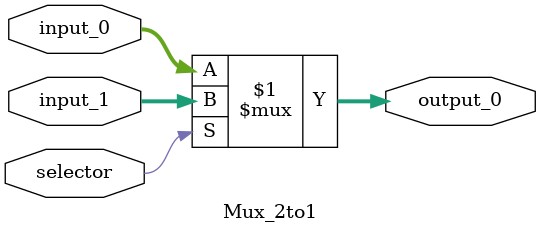
<source format=v>
`timescale 1ns / 1ps
module Mux_2to1(
	input [31:0] input_0,
	input [31:0] input_1,
	input selector,
	output [31:0] output_0
    );
	 
	assign output_0 = selector ? input_1 : input_0;

endmodule

</source>
